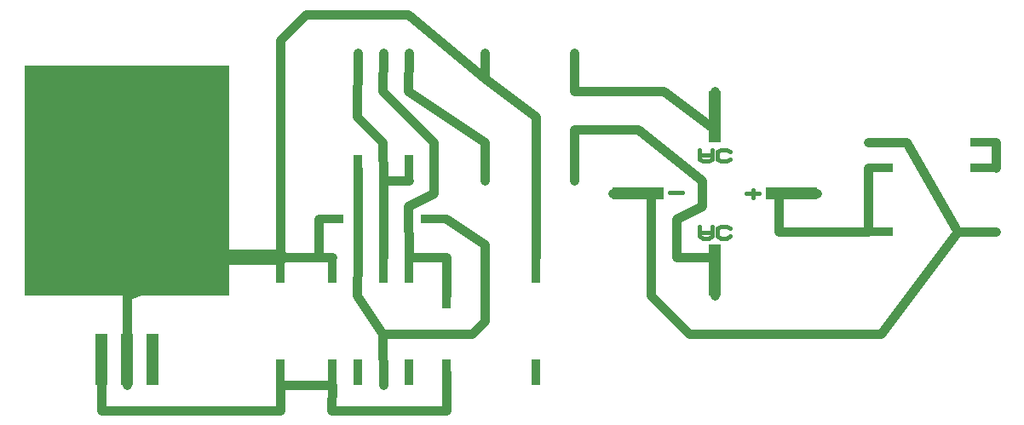
<source format=gbr>
%FSLAX23Y23*%
%MOIN*%
%AD*%
%ADD10C, 0.005*%
%ADD11C, 0.008*%
%ADD12C, 0.010*%
%ADD13C, 0.015*%
%ADD14C, 0.035*%
%ADD15R, 0.035X0.100*%
%ADD16R, 0.035X0.100*%
%ADD17R, 0.050X0.200*%
%ADD18R, 0.050X0.200*%
%ADD19C, 0.060*%
%ADD70R, 0.100X0.035*%
%ADD71R, 0.200X0.050*%
%ADD20R, 0.800X0.900*%
G54D15*
G1X01900Y01049D3*
G1X01900Y01450D3*
G1X01750Y00250D3*
G54D16*
G1X01303Y00650D3*
G1X01403Y00650D3*
G1X01503Y00650D3*
G1X01603Y00650D3*
G1X01603Y00250D3*
G1X01503Y00250D3*
G1X01403Y00250D3*
G1X01303Y00250D3*
G1X01405Y01450D3*
G1X01405Y01050D3*
G1X01505Y01450D3*
G1X01505Y01050D3*
G1X01605Y01450D3*
G1X01605Y01050D3*
G1X01100Y00650D3*
G1X01100Y00250D3*
G1X02250Y01450D3*
G1X02250Y01050D3*
G1X01750Y00550D3*
G1X02100Y00650D3*
G1X02100Y00250D3*
G54D17*
G1X02801Y01249D3*
G1X02801Y00649D3*
G54D18*
G1X00600Y00299D3*
G1X00500Y00299D3*
G1X00400Y00299D3*
G54D70*
G1X03449Y00800D3*
G1X03850Y00800D3*
G1X03449Y01050D3*
G1X03850Y01050D3*
G1X03449Y01150D3*
G1X03850Y01150D3*
G1X01299Y00850D3*
G1X01700Y00850D3*
G54D71*
G1X02501Y00949D3*
G1X03101Y00949D3*
G54D20*
G1X00500Y00999D3*
G54D13*
G1X02862Y01084D2*
G1X02849Y01076D1*
G1X02824Y01076D1*
G1X02812Y01084D1*
G1X02812Y01114D1*
G1X02824Y01121D1*
G1X02849Y01121D1*
G1X02862Y01114D1*
G1X02862Y01114D2*
G1X02792Y01099D2*
G1X02742Y01099D1*
G1X02742Y01099D2*
G1X02742Y01121D2*
G1X02742Y01084D1*
G1X02754Y01076D1*
G1X02779Y01076D1*
G1X02792Y01084D1*
G1X02792Y01121D1*
G1X02792Y01121D2*
G1X02862Y00782D2*
G1X02849Y00774D1*
G1X02824Y00774D1*
G1X02812Y00782D1*
G1X02812Y00812D1*
G1X02824Y00819D1*
G1X02849Y00819D1*
G1X02862Y00812D1*
G1X02862Y00812D2*
G1X02792Y00797D2*
G1X02742Y00797D1*
G1X02742Y00797D2*
G1X02742Y00819D2*
G1X02742Y00782D1*
G1X02754Y00774D1*
G1X02779Y00774D1*
G1X02792Y00782D1*
G1X02792Y00819D1*
G1X02792Y00819D2*
G1X02926Y00949D2*
G1X02976Y00949D1*
G1X02976Y00949D2*
G1X02951Y00934D2*
G1X02951Y00964D1*
G1X02951Y00964D2*
G1X02626Y00953D2*
G1X02676Y00953D1*
G1X02676Y00953D2*
G54D14*
G1X00500Y00200D2*
G1X00500Y00600D1*
G1X00500Y00550D1*
G1X00500Y00550D2*
G1X01100Y00200D2*
G1X01100Y00100D1*
G1X00400Y00100D1*
G1X00400Y00200D1*
G1X00400Y00200D2*
G1X02401Y00949D2*
G1X02550Y00950D1*
G1X02550Y00550D1*
G1X02700Y00400D1*
G1X03450Y00400D1*
G1X03750Y00800D1*
G1X03900Y00800D1*
G1X03900Y00800D2*
G1X01503Y00200D2*
G1X01500Y00400D1*
G1X01850Y00400D1*
G1X01900Y00450D1*
G1X01900Y00750D1*
G1X01750Y00850D1*
G1X01750Y00850D2*
G1X01250Y00850D2*
G1X01250Y00700D1*
G1X01303Y00700D1*
G1X01303Y00700D2*
G1X01603Y00700D2*
G1X01750Y00700D1*
G1X01750Y00550D1*
G1X01750Y00550D2*
G1X01750Y00250D2*
G1X01750Y00100D1*
G1X01300Y00100D1*
G1X01303Y00200D1*
G1X01303Y00200D2*
G1X01605Y01000D2*
G1X01505Y01000D1*
G1X01505Y01000D2*
G1X01405Y01500D2*
G1X01400Y01250D1*
G1X01500Y01150D1*
G1X01505Y01000D1*
G1X01505Y01000D2*
G1X01100Y00700D2*
G1X01100Y01550D1*
G1X01200Y01650D1*
G1X01600Y01650D1*
G1X01900Y01400D1*
G1X01900Y01500D1*
G1X01900Y01500D2*
G1X00900Y00700D2*
G1X00500Y00550D1*
G1X00500Y00550D2*
G1X01900Y01500D2*
G1X01900Y01400D1*
G1X02100Y01250D1*
G1X02100Y00700D1*
G1X02100Y00700D2*
G1X01303Y00700D2*
G1X01100Y00700D1*
G1X01100Y00700D2*
G1X01303Y00200D2*
G1X01100Y00200D1*
G1X01100Y00200D2*
G1X01403Y00700D2*
G1X01402Y00550D1*
G1X01502Y00400D1*
G1X01503Y00200D1*
G1X01503Y00200D2*
G1X03900Y00800D2*
G1X03750Y00800D1*
G1X03550Y01150D1*
G1X03400Y01150D1*
G1X03400Y01150D2*
G1X03900Y01050D2*
G1X03900Y01150D1*
G1X03900Y01150D2*
G1X03400Y00800D2*
G1X03400Y01050D1*
G1X03400Y01050D2*
G1X03201Y00949D2*
G1X03050Y00950D1*
G1X03050Y00800D1*
G1X03400Y00800D1*
G1X03400Y00800D2*
G1X02250Y01500D2*
G1X02250Y01350D1*
G1X02600Y01350D1*
G1X02800Y01200D1*
G1X02801Y01349D1*
G1X02801Y01349D2*
G1X01605Y01500D2*
G1X01600Y01350D1*
G1X01900Y01150D1*
G1X01900Y01000D1*
G1X01900Y01000D2*
G1X01505Y01500D2*
G1X01500Y01350D1*
G1X01700Y01150D1*
G1X01700Y00950D1*
G1X01600Y00900D1*
G1X01603Y00700D1*
G1X01603Y00700D2*
G1X01505Y01000D2*
G1X01503Y00700D1*
G1X01503Y00700D2*
G1X01403Y00700D2*
G1X01403Y01047D1*
G1X01405Y01000D1*
G1X01405Y01000D2*
G1X02250Y01000D2*
G1X02250Y01200D1*
G1X02500Y01200D1*
G1X02750Y01000D1*
G1X02750Y00900D1*
G1X02650Y00850D1*
G1X02650Y00700D1*
G1X02800Y00700D1*
G1X02801Y00549D1*
G1X02801Y00549D2*
G54D19*
G1X01100Y00700D2*
G1X00900Y00700D1*
G1X00900Y00700D2*
M2*

</source>
